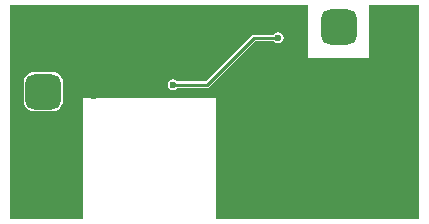
<source format=gbl>
G04*
G04 #@! TF.GenerationSoftware,Altium Limited,Altium Designer,20.1.7 (139)*
G04*
G04 Layer_Physical_Order=2*
G04 Layer_Color=16711680*
%FSLAX25Y25*%
%MOIN*%
G70*
G04*
G04 #@! TF.SameCoordinates,340D3123-0E3B-44FA-9BA9-5BA34B2CC4A0*
G04*
G04*
G04 #@! TF.FilePolarity,Positive*
G04*
G01*
G75*
%ADD13C,0.01000*%
G04:AMPARAMS|DCode=47|XSize=118.11mil|YSize=118.11mil|CornerRadius=29.53mil|HoleSize=0mil|Usage=FLASHONLY|Rotation=0.000|XOffset=0mil|YOffset=0mil|HoleType=Round|Shape=RoundedRectangle|*
%AMROUNDEDRECTD47*
21,1,0.11811,0.05906,0,0,0.0*
21,1,0.05906,0.11811,0,0,0.0*
1,1,0.05906,0.02953,-0.02953*
1,1,0.05906,-0.02953,-0.02953*
1,1,0.05906,-0.02953,0.02953*
1,1,0.05906,0.02953,0.02953*
%
%ADD47ROUNDEDRECTD47*%
%ADD48C,0.11811*%
%ADD49C,0.01968*%
%ADD50C,0.02362*%
G36*
X137008Y3740D02*
X69291D01*
Y43898D01*
X25197D01*
Y3740D01*
X787D01*
Y75000D01*
X100000D01*
Y57284D01*
X120472D01*
Y75000D01*
X137008D01*
Y3740D01*
D02*
G37*
%LPC*%
G36*
X90158Y65792D02*
X89463Y65654D01*
X88873Y65260D01*
X88765Y65098D01*
X81890D01*
X81890Y65098D01*
X81461Y65013D01*
X81097Y64769D01*
X81097Y64769D01*
X65883Y49556D01*
X56511D01*
X56402Y49719D01*
X55813Y50112D01*
X55118Y50251D01*
X54423Y50112D01*
X53834Y49719D01*
X53440Y49130D01*
X53302Y48435D01*
X53440Y47740D01*
X53834Y47151D01*
X54423Y46757D01*
X55118Y46619D01*
X55813Y46757D01*
X56402Y47151D01*
X56511Y47313D01*
X66348D01*
X66348Y47313D01*
X66777Y47398D01*
X67141Y47642D01*
X82354Y62855D01*
X88765D01*
X88873Y62692D01*
X89463Y62299D01*
X90158Y62160D01*
X90852Y62299D01*
X91442Y62692D01*
X91835Y63281D01*
X91974Y63976D01*
X91835Y64671D01*
X91442Y65260D01*
X90852Y65654D01*
X90158Y65792D01*
D02*
G37*
G36*
X14764Y52609D02*
X8858D01*
X7931Y52486D01*
X7067Y52128D01*
X6324Y51559D01*
X5755Y50817D01*
X5397Y49953D01*
X5275Y49025D01*
Y43120D01*
X5397Y42192D01*
X5755Y41328D01*
X6324Y40586D01*
X7067Y40016D01*
X7931Y39658D01*
X8858Y39536D01*
X14764D01*
X15691Y39658D01*
X16556Y40016D01*
X17298Y40586D01*
X17867Y41328D01*
X18225Y42192D01*
X18347Y43120D01*
Y49025D01*
X18225Y49953D01*
X17867Y50817D01*
X17298Y51559D01*
X16556Y52128D01*
X15691Y52486D01*
X14764Y52609D01*
D02*
G37*
%LPD*%
D13*
X55118Y48435D02*
X66348D01*
X81890Y63976D02*
X90158D01*
X66348Y48435D02*
X81890Y63976D01*
D47*
X11811Y46072D02*
D03*
X110236Y67726D02*
D03*
D48*
X129921D02*
D03*
X11811Y63789D02*
D03*
D49*
X52854Y57096D02*
D03*
X57382D02*
D03*
X55118Y60836D02*
D03*
Y53356D02*
D03*
D50*
X7874Y20482D02*
D03*
X63540Y46154D02*
D03*
X77953Y70669D02*
D03*
X125984Y30512D02*
D03*
X129921D02*
D03*
X55118Y48435D02*
D03*
X79528Y58071D02*
D03*
X77953Y64764D02*
D03*
X90158Y63976D02*
D03*
X88583Y58071D02*
D03*
X4724Y20482D02*
D03*
X28819Y44606D02*
D03*
X27559Y61614D02*
D03*
Y67913D02*
D03*
X133858Y30512D02*
D03*
M02*

</source>
